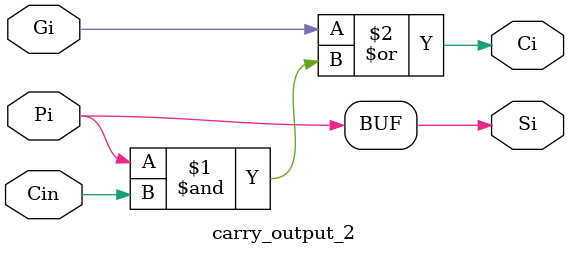
<source format=sv>
module carry_output_2
    (
        input Gi,Pi,Cin,
        output Ci,Si
    );

    assign Ci = Gi | (Pi & Cin);
    assign Si = Pi;
    
endmodule: carry_output_2


// C[i] = Gi-1 | Pi-1 & Cin
// 
// S[i] = P[i] ^ C[i]
// 
// Cout = Gn-1 | Pn-1 & Cin
</source>
